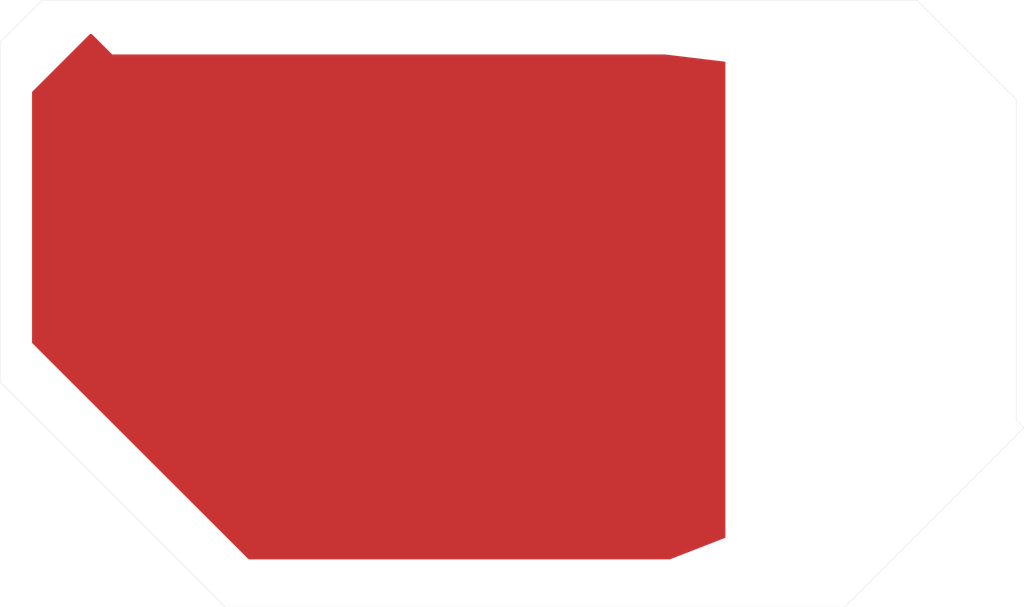
<source format=kicad_pcb>
(kicad_pcb
	(version 20240108)
	(generator "pcbnew")
	(generator_version "8.0")
	(general
		(thickness 1.6)
		(legacy_teardrops no)
	)
	(paper "A4")
	(layers
		(0 "F.Cu" signal)
		(31 "B.Cu" signal)
		(32 "B.Adhes" user "B.Adhesive")
		(33 "F.Adhes" user "F.Adhesive")
		(34 "B.Paste" user)
		(35 "F.Paste" user)
		(36 "B.SilkS" user "B.Silkscreen")
		(37 "F.SilkS" user "F.Silkscreen")
		(38 "B.Mask" user)
		(39 "F.Mask" user)
		(40 "Dwgs.User" user "User.Drawings")
		(41 "Cmts.User" user "User.Comments")
		(42 "Eco1.User" user "User.Eco1")
		(43 "Eco2.User" user "User.Eco2")
		(44 "Edge.Cuts" user)
		(45 "Margin" user)
		(46 "B.CrtYd" user "B.Courtyard")
		(47 "F.CrtYd" user "F.Courtyard")
		(48 "B.Fab" user)
		(49 "F.Fab" user)
		(50 "User.1" user)
		(51 "User.2" user)
		(52 "User.3" user)
		(53 "User.4" user)
		(54 "User.5" user)
		(55 "User.6" user)
		(56 "User.7" user)
		(57 "User.8" user)
		(58 "User.9" user)
	)
	(setup
		(pad_to_mask_clearance 0)
		(allow_soldermask_bridges_in_footprints no)
		(pcbplotparams
			(layerselection 0x00010fc_ffffffff)
			(plot_on_all_layers_selection 0x0000000_00000000)
			(disableapertmacros no)
			(usegerberextensions no)
			(usegerberattributes yes)
			(usegerberadvancedattributes yes)
			(creategerberjobfile yes)
			(dashed_line_dash_ratio 12.000000)
			(dashed_line_gap_ratio 3.000000)
			(svgprecision 4)
			(plotframeref no)
			(viasonmask no)
			(mode 1)
			(useauxorigin no)
			(hpglpennumber 1)
			(hpglpenspeed 20)
			(hpglpendiameter 15.000000)
			(pdf_front_fp_property_popups yes)
			(pdf_back_fp_property_popups yes)
			(dxfpolygonmode yes)
			(dxfimperialunits yes)
			(dxfusepcbnewfont yes)
			(psnegative no)
			(psa4output no)
			(plotreference yes)
			(plotvalue yes)
			(plotfptext yes)
			(plotinvisibletext no)
			(sketchpadsonfab no)
			(subtractmaskfromsilk no)
			(outputformat 1)
			(mirror no)
			(drillshape 1)
			(scaleselection 1)
			(outputdirectory "")
		)
	)
	(net 0 "")
	(gr_poly
		(pts
			(xy 63.84 57.01) (xy 54.27 66.58) (xy 54.27 108.25) (xy 90.21 144.19) (xy 160.16 144.19) (xy 169.3 140.632422)
			(xy 169.3 61.608633) (xy 159.31 60.41) (xy 67.45 60.41) (xy 64.05 57.01)
		)
		(stroke
			(width 0.2)
			(type solid)
		)
		(fill solid)
		(layer "F.Cu")
		(uuid "ef699196-26f0-4bb0-9c59-eac985a7c1fe")
	)
	(gr_rect
		(start 154.49 87.19)
		(end 198.05 130.75)
		(stroke
			(width 0.1)
			(type solid)
		)
		(fill solid)
		(layer "F.Mask")
		(uuid "1d8527d9-37f9-450d-a4db-af711d7178d3")
	)
	(gr_poly
		(pts
			(xy 201.24 51.28) (xy 217.75 67.79) (xy 217.75 121.12) (xy 219.02 122.39) (xy 189.18 152.23) (xy 86.33 152.23)
			(xy 48.87 114.77) (xy 48.87 58.26) (xy 55.85 51.28) (xy 79.98 51.28)
		)
		(stroke
			(width 0.05)
			(type solid)
		)
		(fill none)
		(layer "Edge.Cuts")
		(uuid "8b6be9e2-82ca-4d02-860b-46796afbd817")
	)
)
</source>
